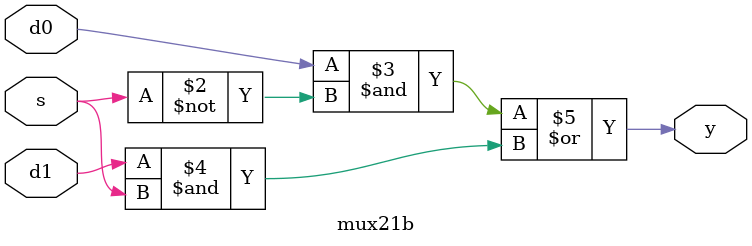
<source format=v>
`timescale 1ns / 1ps
module mux21b(
    input d0,
    input d1,
    input s,
    output y
    );
	 always @ (d0,d1,s)
	 begin
	 y=(d0&~s)|(d1&s);
	 end


endmodule

</source>
